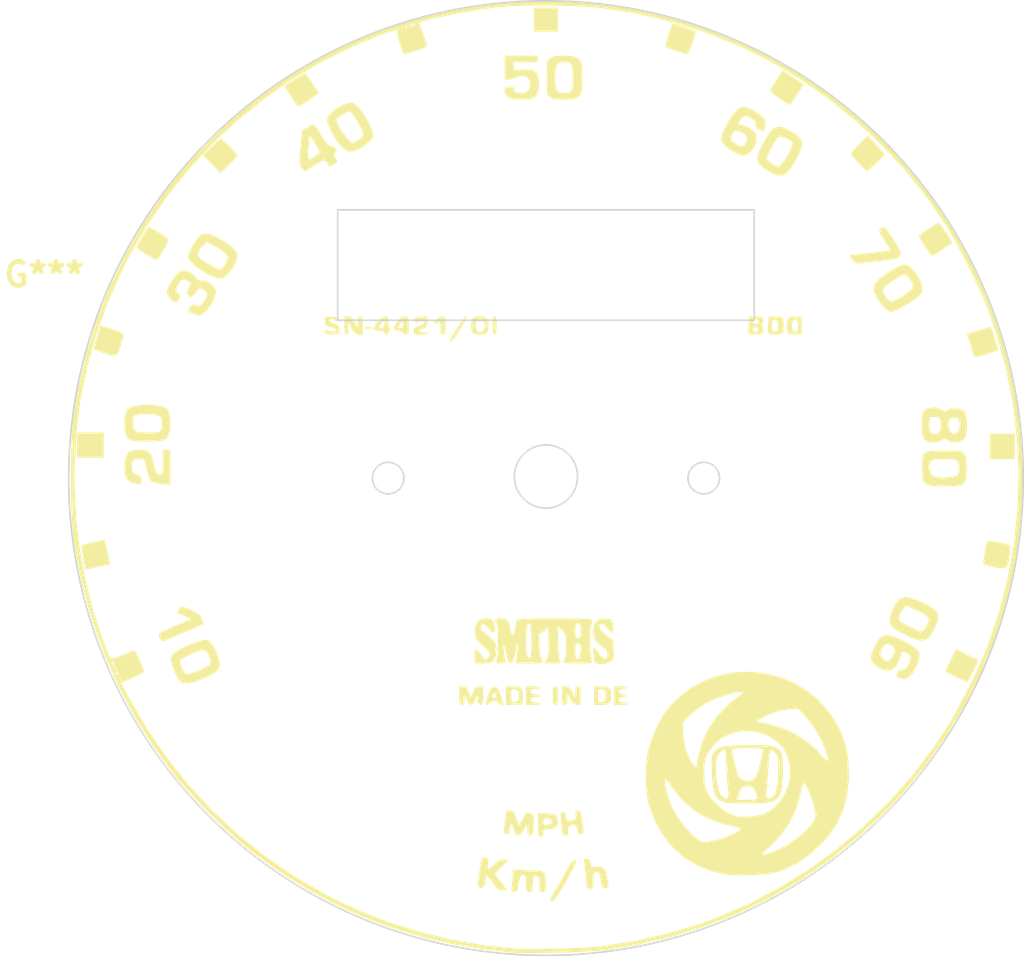
<source format=kicad_pcb>
(kicad_pcb (version 20211014) (generator pcbnew)
  (layers (0 "F.Cu" signal) (31 "B.Cu" signal) (34 "B.Paste" user) (35 "F.Paste" user) (36 "B.SilkS" user "B.Silkscreen") (37 "F.SilkS" user "F.Silkscreen") (38 "B.Mask" user) (39 "F.Mask" user) (44 "Edge.Cuts" user))
  (net 0 "")
  (footprint "Symbol:Mini Front PCB" (layer "F.Cu") (at 150 84)
    (fp_text reference "G***" (at -31.8 -12.8) (layer "F.SilkS") (effects (font (size 1.524 1.524) (thickness 0.3))))
    (fp_text value "LOGO" hide)
  )
  (gr_circle locked (center 150 84) (end 152 84.1) (layer "Edge.Cuts") (width 0.1) (fill none))
  (gr_circle (center 150 84.1) (end 180.25 84.1) (layer "Edge.Cuts") (width 0.1) (fill none))
  (gr_rect locked (start 136.8 67.1) (end 163.2 74.1) (layer "Edge.Cuts") (width 0.1) (fill none))
  (gr_circle locked (center 140 84.1) (end 141 84.1) (layer "Edge.Cuts") (width 0.1) (fill none))
  (gr_circle locked (center 160 84.1) (end 161 84.1) (layer "Edge.Cuts") (width 0.1) (fill none))
)
</source>
